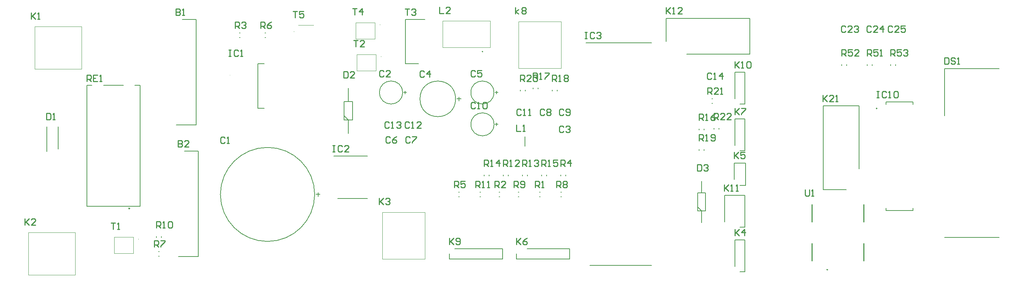
<source format=gbr>
G04*
G04 #@! TF.GenerationSoftware,Altium Limited,Altium Designer,22.4.2 (48)*
G04*
G04 Layer_Color=65535*
%FSLAX25Y25*%
%MOIN*%
G70*
G04*
G04 #@! TF.SameCoordinates,EFB2AD4A-E9B5-4B68-97B7-9E8596F90355*
G04*
G04*
G04 #@! TF.FilePolarity,Positive*
G04*
G01*
G75*
%ADD10C,0.00394*%
%ADD11C,0.01000*%
%ADD12C,0.00787*%
%ADD13C,0.00984*%
%ADD14C,0.00500*%
%ADD15C,0.00591*%
D10*
X416780Y573969D02*
G03*
X416780Y573575I0J-197D01*
G01*
D02*
G03*
X416780Y573969I0J197D01*
G01*
X335094Y597346D02*
G03*
X334701Y597346I-197J0D01*
G01*
D02*
G03*
X335094Y597346I197J0D01*
G01*
X415779Y603512D02*
G03*
X415779Y603905I0J197D01*
G01*
D02*
G03*
X415779Y603512I0J-197D01*
G01*
X188779Y401575D02*
G03*
X188779Y401968I0J197D01*
G01*
D02*
G03*
X188779Y401575I0J-197D01*
G01*
X274567Y556236D02*
G03*
X274961Y556236I197J0D01*
G01*
D02*
G03*
X274567Y556236I-197J0D01*
G01*
X393945Y575937D02*
X412055D01*
X393945Y560583D02*
Y575937D01*
Y560583D02*
X412055D01*
Y575937D01*
X85134Y408000D02*
X129228D01*
X85134Y368000D02*
Y408000D01*
Y368000D02*
X129228D01*
Y408000D01*
X418000Y427228D02*
X458000D01*
Y383134D02*
Y427228D01*
X418000Y383134D02*
X458000D01*
X418000D02*
Y427228D01*
X546000Y562772D02*
X586000D01*
X546000D02*
Y606866D01*
X586000D01*
Y562772D02*
Y606866D01*
X338913Y603449D02*
X353087D01*
X411055Y590520D02*
Y605874D01*
X392945Y590520D02*
X411055D01*
X392945D02*
Y605874D01*
X411055D01*
X184055Y388583D02*
Y403937D01*
X165945Y388583D02*
X184055D01*
X165945D02*
Y403937D01*
X184055D01*
X474598Y582598D02*
X519402D01*
Y607402D01*
X474598D02*
X519402D01*
X474598Y582598D02*
Y607402D01*
X135228Y562000D02*
Y602000D01*
X91134Y562000D02*
X135228D01*
X91134D02*
Y602000D01*
X135228D01*
D11*
X836351Y373106D02*
G03*
X836351Y373106I-323J0D01*
G01*
X870409Y381622D02*
Y397764D01*
Y418236D02*
Y434378D01*
X821591Y381622D02*
Y397764D01*
Y418236D02*
Y434378D01*
X815100Y448498D02*
Y443500D01*
X816100Y442500D01*
X818099D01*
X819099Y443500D01*
Y448498D01*
X821098Y442500D02*
X823097D01*
X822098D01*
Y448498D01*
X821098Y447498D01*
X505299Y529698D02*
X504299Y530698D01*
X502300D01*
X501300Y529698D01*
Y525700D01*
X502300Y524700D01*
X504299D01*
X505299Y525700D01*
X507298Y524700D02*
X509297D01*
X508298D01*
Y530698D01*
X507298Y529698D01*
X512296D02*
X513296Y530698D01*
X515296D01*
X516295Y529698D01*
Y525700D01*
X515296Y524700D01*
X513296D01*
X512296Y525700D01*
Y529698D01*
X505199Y559698D02*
X504199Y560698D01*
X502200D01*
X501200Y559698D01*
Y555700D01*
X502200Y554700D01*
X504199D01*
X505199Y555700D01*
X511197Y560698D02*
X507198D01*
Y557699D01*
X509197Y558699D01*
X510197D01*
X511197Y557699D01*
Y555700D01*
X510197Y554700D01*
X508198D01*
X507198Y555700D01*
X457399Y559598D02*
X456399Y560598D01*
X454400D01*
X453400Y559598D01*
Y555600D01*
X454400Y554600D01*
X456399D01*
X457399Y555600D01*
X462397Y554600D02*
Y560598D01*
X459398Y557599D01*
X463397D01*
X419399Y559698D02*
X418399Y560698D01*
X416400D01*
X415400Y559698D01*
Y555700D01*
X416400Y554700D01*
X418399D01*
X419399Y555700D01*
X425397Y554700D02*
X421398D01*
X425397Y558699D01*
Y559698D01*
X424397Y560698D01*
X422398D01*
X421398Y559698D01*
X269799Y497198D02*
X268799Y498198D01*
X266800D01*
X265800Y497198D01*
Y493200D01*
X266800Y492200D01*
X268799D01*
X269799Y493200D01*
X271798Y492200D02*
X273797D01*
X272798D01*
Y498198D01*
X271798Y497198D01*
X882600Y541298D02*
X884599D01*
X883600D01*
Y535300D01*
X882600D01*
X884599D01*
X891597Y540298D02*
X890597Y541298D01*
X888598D01*
X887598Y540298D01*
Y536300D01*
X888598Y535300D01*
X890597D01*
X891597Y536300D01*
X893596Y535300D02*
X895596D01*
X894596D01*
Y541298D01*
X893596Y540298D01*
X898595D02*
X899594Y541298D01*
X901594D01*
X902594Y540298D01*
Y536300D01*
X901594Y535300D01*
X899594D01*
X898595Y536300D01*
Y540298D01*
X333800Y616598D02*
X337799D01*
X335799D01*
Y610600D01*
X343797Y616598D02*
X339798D01*
Y613599D01*
X341797Y614599D01*
X342797D01*
X343797Y613599D01*
Y611600D01*
X342797Y610600D01*
X340798D01*
X339798Y611600D01*
X389800Y618998D02*
X393799D01*
X391799D01*
Y613000D01*
X398797D02*
Y618998D01*
X395798Y615999D01*
X399797D01*
X439300Y618798D02*
X443299D01*
X441299D01*
Y612800D01*
X445298Y617798D02*
X446298Y618798D01*
X448297D01*
X449297Y617798D01*
Y616799D01*
X448297Y615799D01*
X447297D01*
X448297D01*
X449297Y614799D01*
Y613800D01*
X448297Y612800D01*
X446298D01*
X445298Y613800D01*
X390800Y589098D02*
X394799D01*
X392799D01*
Y583100D01*
X400797D02*
X396798D01*
X400797Y587099D01*
Y588098D01*
X399797Y589098D01*
X397798D01*
X396798Y588098D01*
X162800Y417098D02*
X166799D01*
X164799D01*
Y411100D01*
X168798D02*
X170797D01*
X169798D01*
Y417098D01*
X168798Y416098D01*
X140400Y550600D02*
Y556598D01*
X143399D01*
X144399Y555598D01*
Y553599D01*
X143399Y552599D01*
X140400D01*
X142399D02*
X144399Y550600D01*
X150397Y556598D02*
X146398D01*
Y550600D01*
X150397D01*
X146398Y553599D02*
X148397D01*
X152396Y550600D02*
X154395D01*
X153396D01*
Y556598D01*
X152396Y555598D01*
X895600Y574400D02*
Y580398D01*
X898599D01*
X899599Y579398D01*
Y577399D01*
X898599Y576399D01*
X895600D01*
X897599D02*
X899599Y574400D01*
X905597Y580398D02*
X901598D01*
Y577399D01*
X903597Y578399D01*
X904597D01*
X905597Y577399D01*
Y575400D01*
X904597Y574400D01*
X902598D01*
X901598Y575400D01*
X907596Y579398D02*
X908596Y580398D01*
X910595D01*
X911595Y579398D01*
Y578399D01*
X910595Y577399D01*
X909595D01*
X910595D01*
X911595Y576399D01*
Y575400D01*
X910595Y574400D01*
X908596D01*
X907596Y575400D01*
X849600Y574400D02*
Y580398D01*
X852599D01*
X853599Y579398D01*
Y577399D01*
X852599Y576399D01*
X849600D01*
X851599D02*
X853599Y574400D01*
X859597Y580398D02*
X855598D01*
Y577399D01*
X857597Y578399D01*
X858597D01*
X859597Y577399D01*
Y575400D01*
X858597Y574400D01*
X856598D01*
X855598Y575400D01*
X865595Y574400D02*
X861596D01*
X865595Y578399D01*
Y579398D01*
X864595Y580398D01*
X862596D01*
X861596Y579398D01*
X873600Y574400D02*
Y580398D01*
X876599D01*
X877599Y579398D01*
Y577399D01*
X876599Y576399D01*
X873600D01*
X875599D02*
X877599Y574400D01*
X883597Y580398D02*
X879598D01*
Y577399D01*
X881597Y578399D01*
X882597D01*
X883597Y577399D01*
Y575400D01*
X882597Y574400D01*
X880598D01*
X879598Y575400D01*
X885596Y574400D02*
X887595D01*
X886596D01*
Y580398D01*
X885596Y579398D01*
X729600Y514400D02*
Y520398D01*
X732599D01*
X733599Y519398D01*
Y517399D01*
X732599Y516399D01*
X729600D01*
X731599D02*
X733599Y514400D01*
X739597D02*
X735598D01*
X739597Y518399D01*
Y519398D01*
X738597Y520398D01*
X736598D01*
X735598Y519398D01*
X745595Y514400D02*
X741596D01*
X745595Y518399D01*
Y519398D01*
X744595Y520398D01*
X742596D01*
X741596Y519398D01*
X723600Y538400D02*
Y544398D01*
X726599D01*
X727599Y543398D01*
Y541399D01*
X726599Y540399D01*
X723600D01*
X725599D02*
X727599Y538400D01*
X733597D02*
X729598D01*
X733597Y542399D01*
Y543398D01*
X732597Y544398D01*
X730598D01*
X729598Y543398D01*
X735596Y538400D02*
X737596D01*
X736596D01*
Y544398D01*
X735596Y543398D01*
X547600Y550400D02*
Y556398D01*
X550599D01*
X551599Y555398D01*
Y553399D01*
X550599Y552399D01*
X547600D01*
X549599D02*
X551599Y550400D01*
X557597D02*
X553598D01*
X557597Y554399D01*
Y555398D01*
X556597Y556398D01*
X554598D01*
X553598Y555398D01*
X559596D02*
X560596Y556398D01*
X562595D01*
X563595Y555398D01*
Y551400D01*
X562595Y550400D01*
X560596D01*
X559596Y551400D01*
Y555398D01*
X715600Y494400D02*
Y500398D01*
X718599D01*
X719599Y499398D01*
Y497399D01*
X718599Y496399D01*
X715600D01*
X717599D02*
X719599Y494400D01*
X721598D02*
X723597D01*
X722598D01*
Y500398D01*
X721598Y499398D01*
X726596Y495400D02*
X727596Y494400D01*
X729596D01*
X730595Y495400D01*
Y499398D01*
X729596Y500398D01*
X727596D01*
X726596Y499398D01*
Y498399D01*
X727596Y497399D01*
X730595D01*
X577600Y550400D02*
Y556398D01*
X580599D01*
X581599Y555398D01*
Y553399D01*
X580599Y552399D01*
X577600D01*
X579599D02*
X581599Y550400D01*
X583598D02*
X585597D01*
X584598D01*
Y556398D01*
X583598Y555398D01*
X588596D02*
X589596Y556398D01*
X591596D01*
X592595Y555398D01*
Y554399D01*
X591596Y553399D01*
X592595Y552399D01*
Y551400D01*
X591596Y550400D01*
X589596D01*
X588596Y551400D01*
Y552399D01*
X589596Y553399D01*
X588596Y554399D01*
Y555398D01*
X589596Y553399D02*
X591596D01*
X559600Y552400D02*
Y558398D01*
X562599D01*
X563599Y557398D01*
Y555399D01*
X562599Y554399D01*
X559600D01*
X561599D02*
X563599Y552400D01*
X565598D02*
X567597D01*
X566598D01*
Y558398D01*
X565598Y557398D01*
X570596Y558398D02*
X574595D01*
Y557398D01*
X570596Y553400D01*
Y552400D01*
X715600Y513700D02*
Y519698D01*
X718599D01*
X719599Y518698D01*
Y516699D01*
X718599Y515699D01*
X715600D01*
X717599D02*
X719599Y513700D01*
X721598D02*
X723597D01*
X722598D01*
Y519698D01*
X721598Y518698D01*
X730595Y519698D02*
X728596Y518698D01*
X726596Y516699D01*
Y514700D01*
X727596Y513700D01*
X729596D01*
X730595Y514700D01*
Y515699D01*
X729596Y516699D01*
X726596D01*
X567600Y470400D02*
Y476398D01*
X570599D01*
X571599Y475398D01*
Y473399D01*
X570599Y472399D01*
X567600D01*
X569599D02*
X571599Y470400D01*
X573598D02*
X575597D01*
X574598D01*
Y476398D01*
X573598Y475398D01*
X582595Y476398D02*
X578596D01*
Y473399D01*
X580596Y474399D01*
X581596D01*
X582595Y473399D01*
Y471400D01*
X581596Y470400D01*
X579596D01*
X578596Y471400D01*
X513600Y470400D02*
Y476398D01*
X516599D01*
X517599Y475398D01*
Y473399D01*
X516599Y472399D01*
X513600D01*
X515599D02*
X517599Y470400D01*
X519598D02*
X521597D01*
X520598D01*
Y476398D01*
X519598Y475398D01*
X527596Y470400D02*
Y476398D01*
X524596Y473399D01*
X528595D01*
X549600Y470400D02*
Y476398D01*
X552599D01*
X553599Y475398D01*
Y473399D01*
X552599Y472399D01*
X549600D01*
X551599D02*
X553599Y470400D01*
X555598D02*
X557597D01*
X556598D01*
Y476398D01*
X555598Y475398D01*
X560596D02*
X561596Y476398D01*
X563595D01*
X564595Y475398D01*
Y474399D01*
X563595Y473399D01*
X562596D01*
X563595D01*
X564595Y472399D01*
Y471400D01*
X563595Y470400D01*
X561596D01*
X560596Y471400D01*
X531600Y470400D02*
Y476398D01*
X534599D01*
X535599Y475398D01*
Y473399D01*
X534599Y472399D01*
X531600D01*
X533599D02*
X535599Y470400D01*
X537598D02*
X539597D01*
X538598D01*
Y476398D01*
X537598Y475398D01*
X546595Y470400D02*
X542596D01*
X546595Y474399D01*
Y475398D01*
X545596Y476398D01*
X543596D01*
X542596Y475398D01*
X505600Y450400D02*
Y456398D01*
X508599D01*
X509599Y455398D01*
Y453399D01*
X508599Y452399D01*
X505600D01*
X507599D02*
X509599Y450400D01*
X511598D02*
X513597D01*
X512598D01*
Y456398D01*
X511598Y455398D01*
X516596Y450400D02*
X518596D01*
X517596D01*
Y456398D01*
X516596Y455398D01*
X205600Y412400D02*
Y418398D01*
X208599D01*
X209599Y417398D01*
Y415399D01*
X208599Y414399D01*
X205600D01*
X207599D02*
X209599Y412400D01*
X211598D02*
X213597D01*
X212598D01*
Y418398D01*
X211598Y417398D01*
X216596D02*
X217596Y418398D01*
X219596D01*
X220595Y417398D01*
Y413400D01*
X219596Y412400D01*
X217596D01*
X216596Y413400D01*
Y417398D01*
X541600Y450400D02*
Y456398D01*
X544599D01*
X545599Y455398D01*
Y453399D01*
X544599Y452399D01*
X541600D01*
X543599D02*
X545599Y450400D01*
X547598Y451400D02*
X548598Y450400D01*
X550597D01*
X551597Y451400D01*
Y455398D01*
X550597Y456398D01*
X548598D01*
X547598Y455398D01*
Y454399D01*
X548598Y453399D01*
X551597D01*
X581600Y450400D02*
Y456398D01*
X584599D01*
X585599Y455398D01*
Y453399D01*
X584599Y452399D01*
X581600D01*
X583599D02*
X585599Y450400D01*
X587598Y455398D02*
X588598Y456398D01*
X590597D01*
X591597Y455398D01*
Y454399D01*
X590597Y453399D01*
X591597Y452399D01*
Y451400D01*
X590597Y450400D01*
X588598D01*
X587598Y451400D01*
Y452399D01*
X588598Y453399D01*
X587598Y454399D01*
Y455398D01*
X588598Y453399D02*
X590597D01*
X203600Y394400D02*
Y400398D01*
X206599D01*
X207599Y399398D01*
Y397399D01*
X206599Y396399D01*
X203600D01*
X205599D02*
X207599Y394400D01*
X209598Y400398D02*
X213597D01*
Y399398D01*
X209598Y395400D01*
Y394400D01*
X303600Y600400D02*
Y606398D01*
X306599D01*
X307599Y605398D01*
Y603399D01*
X306599Y602399D01*
X303600D01*
X305599D02*
X307599Y600400D01*
X313597Y606398D02*
X311597Y605398D01*
X309598Y603399D01*
Y601400D01*
X310598Y600400D01*
X312597D01*
X313597Y601400D01*
Y602399D01*
X312597Y603399D01*
X309598D01*
X485600Y450400D02*
Y456398D01*
X488599D01*
X489599Y455398D01*
Y453399D01*
X488599Y452399D01*
X485600D01*
X487599D02*
X489599Y450400D01*
X495597Y456398D02*
X491598D01*
Y453399D01*
X493597Y454399D01*
X494597D01*
X495597Y453399D01*
Y451400D01*
X494597Y450400D01*
X492598D01*
X491598Y451400D01*
X585600Y470400D02*
Y476398D01*
X588599D01*
X589599Y475398D01*
Y473399D01*
X588599Y472399D01*
X585600D01*
X587599D02*
X589599Y470400D01*
X594597D02*
Y476398D01*
X591598Y473399D01*
X595597D01*
X279600Y600400D02*
Y606398D01*
X282599D01*
X283599Y605398D01*
Y603399D01*
X282599Y602399D01*
X279600D01*
X281599D02*
X283599Y600400D01*
X285598Y605398D02*
X286598Y606398D01*
X288597D01*
X289597Y605398D01*
Y604399D01*
X288597Y603399D01*
X287597D01*
X288597D01*
X289597Y602399D01*
Y601400D01*
X288597Y600400D01*
X286598D01*
X285598Y601400D01*
X523600Y450400D02*
Y456398D01*
X526599D01*
X527599Y455398D01*
Y453399D01*
X526599Y452399D01*
X523600D01*
X525599D02*
X527599Y450400D01*
X533597D02*
X529598D01*
X533597Y454399D01*
Y455398D01*
X532597Y456398D01*
X530598D01*
X529598Y455398D01*
X561600Y450400D02*
Y456398D01*
X564599D01*
X565599Y455398D01*
Y453399D01*
X564599Y452399D01*
X561600D01*
X563599D02*
X565599Y450400D01*
X567598D02*
X569597D01*
X568598D01*
Y456398D01*
X567598Y455398D01*
X471500Y620498D02*
Y614500D01*
X475499D01*
X481497D02*
X477498D01*
X481497Y618499D01*
Y619498D01*
X480497Y620498D01*
X478498D01*
X477498Y619498D01*
X543800Y509398D02*
Y503400D01*
X547799D01*
X549798D02*
X551797D01*
X550798D01*
Y509398D01*
X549798Y508398D01*
X832000Y537498D02*
Y531500D01*
Y533499D01*
X835999Y537498D01*
X833000Y534499D01*
X835999Y531500D01*
X841997D02*
X837998D01*
X841997Y535499D01*
Y536498D01*
X840997Y537498D01*
X838998D01*
X837998Y536498D01*
X843996Y531500D02*
X845996D01*
X844996D01*
Y537498D01*
X843996Y536498D01*
X684500Y619998D02*
Y614000D01*
Y615999D01*
X688499Y619998D01*
X685500Y616999D01*
X688499Y614000D01*
X690498D02*
X692497D01*
X691498D01*
Y619998D01*
X690498Y618998D01*
X699495Y614000D02*
X695496D01*
X699495Y617999D01*
Y618998D01*
X698495Y619998D01*
X696496D01*
X695496Y618998D01*
X739400Y453098D02*
Y447100D01*
Y449099D01*
X743399Y453098D01*
X740400Y450099D01*
X743399Y447100D01*
X745398D02*
X747397D01*
X746398D01*
Y453098D01*
X745398Y452098D01*
X750396Y447100D02*
X752396D01*
X751396D01*
Y453098D01*
X750396Y452098D01*
X749200Y569098D02*
Y563100D01*
Y565099D01*
X753199Y569098D01*
X750200Y566099D01*
X753199Y563100D01*
X755198D02*
X757197D01*
X756198D01*
Y569098D01*
X755198Y568098D01*
X760196D02*
X761196Y569098D01*
X763196D01*
X764195Y568098D01*
Y564100D01*
X763196Y563100D01*
X761196D01*
X760196Y564100D01*
Y568098D01*
X480900Y402798D02*
Y396800D01*
Y398799D01*
X484899Y402798D01*
X481900Y399799D01*
X484899Y396800D01*
X486898Y397800D02*
X487898Y396800D01*
X489897D01*
X490897Y397800D01*
Y401798D01*
X489897Y402798D01*
X487898D01*
X486898Y401798D01*
Y400799D01*
X487898Y399799D01*
X490897D01*
X542900Y614000D02*
Y619998D01*
Y615999D02*
X545899Y617999D01*
X542900Y615999D02*
X545899Y614000D01*
X548898Y618998D02*
X549898Y619998D01*
X551897D01*
X552897Y618998D01*
Y617999D01*
X551897Y616999D01*
X552897Y615999D01*
Y615000D01*
X551897Y614000D01*
X549898D01*
X548898Y615000D01*
Y615999D01*
X549898Y616999D01*
X548898Y617999D01*
Y618998D01*
X549898Y616999D02*
X551897D01*
X749200Y525098D02*
Y519100D01*
Y521099D01*
X753199Y525098D01*
X750200Y522099D01*
X753199Y519100D01*
X755198Y525098D02*
X759197D01*
Y524098D01*
X755198Y520100D01*
Y519100D01*
X543900Y402798D02*
Y396800D01*
Y398799D01*
X547899Y402798D01*
X544900Y399799D01*
X547899Y396800D01*
X553897Y402798D02*
X551897Y401798D01*
X549898Y399799D01*
Y397800D01*
X550898Y396800D01*
X552897D01*
X553897Y397800D01*
Y398799D01*
X552897Y399799D01*
X549898D01*
X748600Y483698D02*
Y477700D01*
Y479699D01*
X752599Y483698D01*
X749600Y480699D01*
X752599Y477700D01*
X758597Y483698D02*
X754598D01*
Y480699D01*
X756597Y481699D01*
X757597D01*
X758597Y480699D01*
Y478700D01*
X757597Y477700D01*
X755598D01*
X754598Y478700D01*
X749200Y411098D02*
Y405100D01*
Y407099D01*
X753199Y411098D01*
X750200Y408099D01*
X753199Y405100D01*
X758197D02*
Y411098D01*
X755198Y408099D01*
X759197D01*
X414900Y440398D02*
Y434400D01*
Y436399D01*
X418899Y440398D01*
X415900Y437399D01*
X418899Y434400D01*
X420898Y439398D02*
X421898Y440398D01*
X423897D01*
X424897Y439398D01*
Y438399D01*
X423897Y437399D01*
X422897D01*
X423897D01*
X424897Y436399D01*
Y435400D01*
X423897Y434400D01*
X421898D01*
X420898Y435400D01*
X82000Y421098D02*
Y415100D01*
Y417099D01*
X85999Y421098D01*
X83000Y418099D01*
X85999Y415100D01*
X91997D02*
X87998D01*
X91997Y419099D01*
Y420098D01*
X90997Y421098D01*
X88998D01*
X87998Y420098D01*
X88000Y615098D02*
Y609100D01*
Y611099D01*
X91999Y615098D01*
X89000Y612099D01*
X91999Y609100D01*
X93998D02*
X95997D01*
X94998D01*
Y615098D01*
X93998Y614098D01*
X608300Y596798D02*
X610299D01*
X609300D01*
Y590800D01*
X608300D01*
X610299D01*
X617297Y595798D02*
X616297Y596798D01*
X614298D01*
X613298Y595798D01*
Y591800D01*
X614298Y590800D01*
X616297D01*
X617297Y591800D01*
X619296Y595798D02*
X620296Y596798D01*
X622296D01*
X623295Y595798D01*
Y594799D01*
X622296Y593799D01*
X621296D01*
X622296D01*
X623295Y592799D01*
Y591800D01*
X622296Y590800D01*
X620296D01*
X619296Y591800D01*
X371400Y490098D02*
X373399D01*
X372400D01*
Y484100D01*
X371400D01*
X373399D01*
X380397Y489098D02*
X379397Y490098D01*
X377398D01*
X376398Y489098D01*
Y485100D01*
X377398Y484100D01*
X379397D01*
X380397Y485100D01*
X386395Y484100D02*
X382396D01*
X386395Y488099D01*
Y489098D01*
X385396Y490098D01*
X383396D01*
X382396Y489098D01*
X273600Y580198D02*
X275599D01*
X274600D01*
Y574200D01*
X273600D01*
X275599D01*
X282597Y579198D02*
X281597Y580198D01*
X279598D01*
X278598Y579198D01*
Y575200D01*
X279598Y574200D01*
X281597D01*
X282597Y575200D01*
X284596Y574200D02*
X286596D01*
X285596D01*
Y580198D01*
X284596Y579198D01*
X946200Y572698D02*
Y566700D01*
X949199D01*
X950199Y567700D01*
Y571698D01*
X949199Y572698D01*
X946200D01*
X956197Y571698D02*
X955197Y572698D01*
X953198D01*
X952198Y571698D01*
Y570699D01*
X953198Y569699D01*
X955197D01*
X956197Y568699D01*
Y567700D01*
X955197Y566700D01*
X953198D01*
X952198Y567700D01*
X958196Y566700D02*
X960196D01*
X959196D01*
Y572698D01*
X958196Y571698D01*
X713900Y472298D02*
Y466300D01*
X716899D01*
X717899Y467300D01*
Y471298D01*
X716899Y472298D01*
X713900D01*
X719898Y471298D02*
X720898Y472298D01*
X722897D01*
X723897Y471298D01*
Y470299D01*
X722897Y469299D01*
X721897D01*
X722897D01*
X723897Y468299D01*
Y467300D01*
X722897Y466300D01*
X720898D01*
X719898Y467300D01*
X381500Y559898D02*
Y553900D01*
X384499D01*
X385499Y554900D01*
Y558898D01*
X384499Y559898D01*
X381500D01*
X391497Y553900D02*
X387498D01*
X391497Y557899D01*
Y558898D01*
X390497Y559898D01*
X388498D01*
X387498Y558898D01*
X102400Y520598D02*
Y514600D01*
X105399D01*
X106399Y515600D01*
Y519598D01*
X105399Y520598D01*
X102400D01*
X108398Y514600D02*
X110397D01*
X109398D01*
Y520598D01*
X108398Y519598D01*
X897399Y601898D02*
X896399Y602898D01*
X894400D01*
X893400Y601898D01*
Y597900D01*
X894400Y596900D01*
X896399D01*
X897399Y597900D01*
X903397Y596900D02*
X899398D01*
X903397Y600899D01*
Y601898D01*
X902397Y602898D01*
X900398D01*
X899398Y601898D01*
X909395Y602898D02*
X905396D01*
Y599899D01*
X907395Y600899D01*
X908395D01*
X909395Y599899D01*
Y597900D01*
X908395Y596900D01*
X906396D01*
X905396Y597900D01*
X877399Y601898D02*
X876399Y602898D01*
X874400D01*
X873400Y601898D01*
Y597900D01*
X874400Y596900D01*
X876399D01*
X877399Y597900D01*
X883397Y596900D02*
X879398D01*
X883397Y600899D01*
Y601898D01*
X882397Y602898D01*
X880398D01*
X879398Y601898D01*
X888395Y596900D02*
Y602898D01*
X885396Y599899D01*
X889395D01*
X853399Y601898D02*
X852399Y602898D01*
X850400D01*
X849400Y601898D01*
Y597900D01*
X850400Y596900D01*
X852399D01*
X853399Y597900D01*
X859397Y596900D02*
X855398D01*
X859397Y600899D01*
Y601898D01*
X858397Y602898D01*
X856398D01*
X855398Y601898D01*
X861396D02*
X862396Y602898D01*
X864395D01*
X865395Y601898D01*
Y600899D01*
X864395Y599899D01*
X863396D01*
X864395D01*
X865395Y598899D01*
Y597900D01*
X864395Y596900D01*
X862396D01*
X861396Y597900D01*
X727099Y557598D02*
X726099Y558598D01*
X724100D01*
X723100Y557598D01*
Y553600D01*
X724100Y552600D01*
X726099D01*
X727099Y553600D01*
X729098Y552600D02*
X731097D01*
X730098D01*
Y558598D01*
X729098Y557598D01*
X737095Y552600D02*
Y558598D01*
X734096Y555599D01*
X738095D01*
X424299Y511598D02*
X423299Y512598D01*
X421300D01*
X420300Y511598D01*
Y507600D01*
X421300Y506600D01*
X423299D01*
X424299Y507600D01*
X426298Y506600D02*
X428297D01*
X427298D01*
Y512598D01*
X426298Y511598D01*
X431296D02*
X432296Y512598D01*
X434296D01*
X435295Y511598D01*
Y510599D01*
X434296Y509599D01*
X433296D01*
X434296D01*
X435295Y508599D01*
Y507600D01*
X434296Y506600D01*
X432296D01*
X431296Y507600D01*
X443099Y511398D02*
X442099Y512398D01*
X440100D01*
X439100Y511398D01*
Y507400D01*
X440100Y506400D01*
X442099D01*
X443099Y507400D01*
X445098Y506400D02*
X447097D01*
X446098D01*
Y512398D01*
X445098Y511398D01*
X454095Y506400D02*
X450096D01*
X454095Y510399D01*
Y511398D01*
X453095Y512398D01*
X451096D01*
X450096Y511398D01*
X548299Y523598D02*
X547299Y524598D01*
X545300D01*
X544300Y523598D01*
Y519600D01*
X545300Y518600D01*
X547299D01*
X548299Y519600D01*
X550298Y518600D02*
X552297D01*
X551298D01*
Y524598D01*
X550298Y523598D01*
X555296Y518600D02*
X557296D01*
X556296D01*
Y524598D01*
X555296Y523598D01*
X588299D02*
X587299Y524598D01*
X585300D01*
X584300Y523598D01*
Y519600D01*
X585300Y518600D01*
X587299D01*
X588299Y519600D01*
X590298D02*
X591298Y518600D01*
X593297D01*
X594297Y519600D01*
Y523598D01*
X593297Y524598D01*
X591298D01*
X590298Y523598D01*
Y522599D01*
X591298Y521599D01*
X594297D01*
X570299Y523598D02*
X569299Y524598D01*
X567300D01*
X566300Y523598D01*
Y519600D01*
X567300Y518600D01*
X569299D01*
X570299Y519600D01*
X572298Y523598D02*
X573298Y524598D01*
X575297D01*
X576297Y523598D01*
Y522599D01*
X575297Y521599D01*
X576297Y520599D01*
Y519600D01*
X575297Y518600D01*
X573298D01*
X572298Y519600D01*
Y520599D01*
X573298Y521599D01*
X572298Y522599D01*
Y523598D01*
X573298Y521599D02*
X575297D01*
X443899Y497398D02*
X442899Y498398D01*
X440900D01*
X439900Y497398D01*
Y493400D01*
X440900Y492400D01*
X442899D01*
X443899Y493400D01*
X445898Y498398D02*
X449897D01*
Y497398D01*
X445898Y493400D01*
Y492400D01*
X425099Y497398D02*
X424099Y498398D01*
X422100D01*
X421100Y497398D01*
Y493400D01*
X422100Y492400D01*
X424099D01*
X425099Y493400D01*
X431097Y498398D02*
X429097Y497398D01*
X427098Y495399D01*
Y493400D01*
X428098Y492400D01*
X430097D01*
X431097Y493400D01*
Y494399D01*
X430097Y495399D01*
X427098D01*
X588299Y507598D02*
X587299Y508598D01*
X585300D01*
X584300Y507598D01*
Y503600D01*
X585300Y502600D01*
X587299D01*
X588299Y503600D01*
X590298Y507598D02*
X591298Y508598D01*
X593297D01*
X594297Y507598D01*
Y506599D01*
X593297Y505599D01*
X592297D01*
X593297D01*
X594297Y504599D01*
Y503600D01*
X593297Y502600D01*
X591298D01*
X590298Y503600D01*
X226000Y494898D02*
Y488900D01*
X228999D01*
X229999Y489900D01*
Y490899D01*
X228999Y491899D01*
X226000D01*
X228999D01*
X229999Y492899D01*
Y493898D01*
X228999Y494898D01*
X226000D01*
X235997Y488900D02*
X231998D01*
X235997Y492899D01*
Y493898D01*
X234997Y494898D01*
X232998D01*
X231998Y493898D01*
X224000Y618898D02*
Y612900D01*
X226999D01*
X227999Y613900D01*
Y614899D01*
X226999Y615899D01*
X224000D01*
X226999D01*
X227999Y616899D01*
Y617898D01*
X226999Y618898D01*
X224000D01*
X229998Y612900D02*
X231997D01*
X230998D01*
Y618898D01*
X229998Y617898D01*
D12*
X882799Y525000D02*
G03*
X882799Y525000I-394J0D01*
G01*
X486732Y534000D02*
G03*
X486732Y534000I-16732J0D01*
G01*
X522827Y510000D02*
G03*
X522827Y510000I-10827J0D01*
G01*
X436890Y540000D02*
G03*
X436890Y540000I-10827J0D01*
G01*
X354291Y444000D02*
G03*
X354291Y444000I-44291J0D01*
G01*
X522764Y540000D02*
G03*
X522764Y540000I-10827J0D01*
G01*
X512000Y578976D02*
G03*
X512000Y578189I0J-394D01*
G01*
D02*
G03*
X512000Y578976I0J394D01*
G01*
X283606Y591736D02*
X284394D01*
X283606Y596264D02*
X284394D01*
X832091Y448591D02*
X854000D01*
X832091D02*
Y527409D01*
X865909D01*
Y468000D02*
Y527409D01*
X900264Y565606D02*
Y566394D01*
X895736Y565606D02*
Y566394D01*
X878264Y565606D02*
Y566394D01*
X873736Y565606D02*
Y566394D01*
X854264Y565606D02*
Y566394D01*
X849736Y565606D02*
Y566394D01*
X946311Y518000D02*
Y562626D01*
X997689D01*
X946311Y403374D02*
X997689D01*
X729736Y505606D02*
Y506394D01*
X734264Y505606D02*
Y506394D01*
X727606Y534264D02*
X728394D01*
X727606Y529736D02*
X728394D01*
X715736Y485606D02*
Y486394D01*
X720264Y485606D02*
Y486394D01*
X715736Y504854D02*
Y505642D01*
X720264Y504854D02*
Y505642D01*
X684591Y588000D02*
Y609909D01*
X763409D01*
Y576091D02*
Y609909D01*
X704000Y576091D02*
X763409D01*
X754000Y413000D02*
X758508D01*
Y443000D01*
X739492D02*
X758508D01*
X739492Y418000D02*
Y443000D01*
X749256Y534000D02*
Y559000D01*
X758744D01*
Y529000D02*
Y559000D01*
X754000Y529000D02*
X758744D01*
X486000Y392744D02*
X531000D01*
Y383256D02*
Y392744D01*
X481000Y383256D02*
X531000D01*
X481000D02*
Y388000D01*
X749256Y490000D02*
Y515000D01*
X758744D01*
Y485000D02*
Y515000D01*
X754000Y485000D02*
X758744D01*
X554000Y392744D02*
X594000D01*
Y383256D02*
Y392744D01*
X544000Y383256D02*
X594000D01*
X544000D02*
Y388000D01*
X748665Y458000D02*
Y473591D01*
X759335D01*
Y452409D02*
Y473591D01*
X754000Y452409D02*
X759335D01*
X749256Y376000D02*
Y401000D01*
X758744D01*
Y371000D02*
Y401000D01*
X754000Y371000D02*
X758744D01*
X613000Y377252D02*
X671000D01*
X609295Y586748D02*
X671000D01*
X718000Y445335D02*
Y456358D01*
Y417579D02*
Y428602D01*
X714358Y432244D02*
X718000Y428602D01*
X714358D02*
X721642D01*
Y445335D01*
X714358D02*
X721642D01*
X714358Y428602D02*
Y445335D01*
X565606Y441736D02*
X566394D01*
X565606Y446264D02*
X566394D01*
X509606Y441736D02*
X510394D01*
X509606Y446264D02*
X510394D01*
X489606Y441736D02*
X490394D01*
X489606Y446264D02*
X490394D01*
X585606Y441736D02*
X586394D01*
X585606Y446264D02*
X586394D01*
X545606Y441736D02*
X546394D01*
X545606Y446264D02*
X546394D01*
X527606Y441736D02*
X528394D01*
X527606Y446264D02*
X528394D01*
X572264Y461606D02*
Y462394D01*
X567736Y461606D02*
Y462394D01*
X518264Y461606D02*
Y462394D01*
X513736Y461606D02*
Y462394D01*
X554264Y461606D02*
Y462394D01*
X549736Y461606D02*
Y462394D01*
X536264Y461606D02*
Y462394D01*
X531736Y461606D02*
Y462394D01*
X590264Y461606D02*
Y462394D01*
X585736Y461606D02*
Y462394D01*
X552000Y489472D02*
Y498528D01*
X376000Y440000D02*
X404000D01*
X372346Y480000D02*
X404000D01*
X140236Y432669D02*
X190236D01*
Y546843D01*
X140236D02*
X145059D01*
X155886D02*
X174587D01*
X185413D02*
X190236D01*
X140236Y432669D02*
Y546843D01*
X439421Y608748D02*
X457886D01*
X439421Y567252D02*
Y608748D01*
Y567252D02*
X452000D01*
X547736Y541606D02*
Y542394D01*
X552264Y541606D02*
Y542394D01*
X577736Y541606D02*
Y542394D01*
X582264Y541606D02*
Y542394D01*
X559736Y543606D02*
Y544394D01*
X564264Y543606D02*
Y544394D01*
X205736Y403606D02*
Y404394D01*
X210264Y403606D02*
Y404394D01*
X207606Y390264D02*
X208394D01*
X207606Y385736D02*
X208394D01*
X307606Y596264D02*
X308394D01*
X307606Y591736D02*
X308394D01*
X301063Y566984D02*
X306850D01*
X301063Y525016D02*
Y566984D01*
Y525016D02*
X306850D01*
X386000Y531543D02*
Y544063D01*
Y501543D02*
Y514063D01*
X382004Y518059D02*
X386000Y514063D01*
X382004D02*
X389996D01*
Y531543D01*
X382004D02*
X389996D01*
X382004Y514063D02*
Y531543D01*
X113256Y486913D02*
Y507764D01*
X102744Y484445D02*
Y507764D01*
X226094Y385630D02*
X244992D01*
Y484843D01*
X232000D02*
X244992D01*
X224094Y509630D02*
X242992D01*
Y608843D01*
X230000D02*
X242992D01*
D13*
X180492Y430799D02*
G03*
X180492Y430799I-492J0D01*
G01*
D14*
X916598Y528720D02*
Y531181D01*
Y428819D02*
Y431280D01*
X891402Y528720D02*
Y531181D01*
Y428819D02*
Y431280D01*
Y531181D02*
X916598D01*
X891402Y428819D02*
X916598D01*
X487913Y533999D02*
X491849D01*
X489881Y535967D02*
Y532031D01*
X524008Y509999D02*
X526632D01*
X525320Y511311D02*
Y508687D01*
X438071Y539999D02*
X440695D01*
X439383Y541311D02*
Y538688D01*
X523945Y539999D02*
X526569D01*
X525257Y541311D02*
Y538688D01*
D15*
X355472Y443999D02*
X359408D01*
X357440Y445967D02*
Y442031D01*
M02*

</source>
